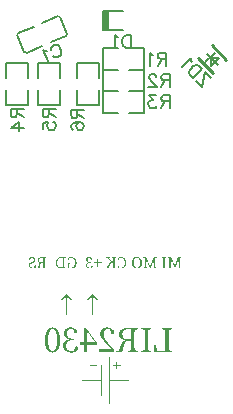
<source format=gbo>
G04 Layer: BottomSilkscreenLayer*
G04 EasyEDA v6.5.42, 2024-03-03 14:11:30*
G04 83aee20a283747e8b3d018c67651a6c0,ed70181f279245e6aff80281ee7dc86a,10*
G04 Gerber Generator version 0.2*
G04 Scale: 100 percent, Rotated: No, Reflected: No *
G04 Dimensions in millimeters *
G04 leading zeros omitted , absolute positions ,4 integer and 5 decimal *
%FSLAX45Y45*%
%MOMM*%

%ADD10C,0.1524*%
%ADD11C,0.2540*%
%ADD12C,0.2000*%

%LPD*%
G36*
X3628593Y2880309D02*
G01*
X3625900Y2879648D01*
X3624376Y2876854D01*
X3624427Y2482342D01*
X3626104Y2480310D01*
X3630117Y2480310D01*
X3632454Y2481783D01*
X3632809Y2676144D01*
X3634740Y2677363D01*
X3792931Y2677414D01*
X3795115Y2678785D01*
X3795115Y2683560D01*
X3793236Y2685389D01*
X3632809Y2685796D01*
X3632809Y2875889D01*
X3631387Y2879699D01*
G37*
G36*
X3692804Y2841345D02*
G01*
X3690518Y2840634D01*
X3688587Y2838297D01*
X3688587Y2814218D01*
X3665575Y2813761D01*
X3663391Y2810764D01*
X3663391Y2807563D01*
X3665220Y2805734D01*
X3686200Y2805734D01*
X3688587Y2803347D01*
X3688587Y2782366D01*
X3690467Y2780538D01*
X3694328Y2780538D01*
X3696665Y2782011D01*
X3697122Y2804566D01*
X3698951Y2805684D01*
X3721862Y2805734D01*
X3724046Y2807106D01*
X3724046Y2811881D01*
X3722166Y2813761D01*
X3697020Y2814218D01*
X3697020Y2836926D01*
X3695598Y2840736D01*
G37*
G36*
X3523132Y2814066D02*
G01*
X3470656Y2813761D01*
X3468471Y2810764D01*
X3468471Y2807563D01*
X3470300Y2805734D01*
X3524656Y2805734D01*
X3526536Y2806954D01*
X3526790Y2809900D01*
X3526586Y2812643D01*
G37*
G36*
X3562096Y2813913D02*
G01*
X3559810Y2813151D01*
X3557930Y2810764D01*
X3557930Y2685796D01*
X3397300Y2685389D01*
X3395116Y2682443D01*
X3395116Y2679242D01*
X3396945Y2677363D01*
X3555492Y2677363D01*
X3557930Y2674975D01*
X3557930Y2548585D01*
X3559759Y2546756D01*
X3563620Y2546756D01*
X3565956Y2548229D01*
X3566363Y2807614D01*
X3565448Y2812694D01*
G37*
G36*
X3610356Y3130042D02*
G01*
X3603244Y3129788D01*
X3596589Y3129026D01*
X3590442Y3127756D01*
X3584803Y3126028D01*
X3579672Y3123895D01*
X3574948Y3121304D01*
X3570782Y3118256D01*
X3567023Y3114852D01*
X3563721Y3111093D01*
X3560927Y3106928D01*
X3558540Y3102457D01*
X3556609Y3097682D01*
X3555085Y3092602D01*
X3554069Y3087217D01*
X3553409Y3081578D01*
X3553206Y3075686D01*
X3553307Y3071774D01*
X3554323Y3064154D01*
X3555187Y3060395D01*
X3557828Y3052826D01*
X3561689Y3045053D01*
X3566820Y3036824D01*
X3573272Y3027984D01*
X3581247Y3018282D01*
X3590747Y3007512D01*
X3601821Y2995472D01*
X3650742Y2944622D01*
X3544570Y2944622D01*
X3544570Y2921000D01*
X3670300Y2921000D01*
X3670300Y2940050D01*
X3634486Y2980537D01*
X3618636Y2998876D01*
X3608882Y3010712D01*
X3600602Y3021736D01*
X3593744Y3032048D01*
X3590848Y3037027D01*
X3588308Y3041904D01*
X3586124Y3046679D01*
X3582771Y3056026D01*
X3581603Y3060649D01*
X3580790Y3065221D01*
X3580282Y3069793D01*
X3580129Y3074416D01*
X3580434Y3080766D01*
X3581298Y3086760D01*
X3582771Y3092297D01*
X3584752Y3097377D01*
X3587242Y3102000D01*
X3590239Y3106064D01*
X3593693Y3109620D01*
X3597605Y3112566D01*
X3601974Y3114954D01*
X3606749Y3116681D01*
X3611930Y3117748D01*
X3617468Y3118104D01*
X3625037Y3117545D01*
X3633978Y3116072D01*
X3640074Y3093720D01*
X3643223Y3084728D01*
X3647033Y3078734D01*
X3651554Y3075432D01*
X3656837Y3074416D01*
X3661511Y3075076D01*
X3665677Y3076905D01*
X3669131Y3079902D01*
X3671824Y3083814D01*
X3670757Y3089402D01*
X3669182Y3094634D01*
X3667150Y3099511D01*
X3664661Y3103981D01*
X3661816Y3108147D01*
X3658514Y3111957D01*
X3654856Y3115360D01*
X3650894Y3118459D01*
X3646627Y3121152D01*
X3642055Y3123539D01*
X3637229Y3125520D01*
X3632200Y3127146D01*
X3626967Y3128416D01*
X3621582Y3129330D01*
X3616045Y3129838D01*
G37*
G36*
X3302508Y3130042D02*
G01*
X3296005Y3129788D01*
X3289808Y3129127D01*
X3283965Y3128010D01*
X3278479Y3126435D01*
X3273298Y3124454D01*
X3268573Y3122117D01*
X3264204Y3119374D01*
X3260191Y3116275D01*
X3256686Y3112820D01*
X3253536Y3109010D01*
X3250844Y3104896D01*
X3248660Y3100476D01*
X3246882Y3095752D01*
X3245612Y3090773D01*
X3244850Y3085490D01*
X3244596Y3080004D01*
X3244900Y3074263D01*
X3245866Y3068726D01*
X3247390Y3063443D01*
X3249574Y3058363D01*
X3252368Y3053588D01*
X3255721Y3049066D01*
X3259632Y3044901D01*
X3264153Y3041040D01*
X3269234Y3037484D01*
X3274872Y3034334D01*
X3281070Y3031591D01*
X3287776Y3029204D01*
X3279648Y3027324D01*
X3272282Y3024886D01*
X3265627Y3021939D01*
X3259734Y3018434D01*
X3254552Y3014472D01*
X3250133Y3010052D01*
X3246374Y3005175D01*
X3243326Y2999892D01*
X3240989Y2994253D01*
X3239312Y2988208D01*
X3238296Y2981807D01*
X3237992Y2975102D01*
X3238296Y2968904D01*
X3239262Y2963011D01*
X3240836Y2957322D01*
X3242970Y2951886D01*
X3245662Y2946806D01*
X3248914Y2942031D01*
X3252673Y2937611D01*
X3256940Y2933598D01*
X3261715Y2929940D01*
X3266897Y2926689D01*
X3272536Y2923844D01*
X3278581Y2921508D01*
X3285032Y2919679D01*
X3291890Y2918307D01*
X3299053Y2917494D01*
X3306572Y2917190D01*
X3314039Y2917444D01*
X3321100Y2918256D01*
X3327806Y2919628D01*
X3334105Y2921558D01*
X3339896Y2924098D01*
X3345230Y2927248D01*
X3350056Y2931007D01*
X3354324Y2935427D01*
X3357981Y2940456D01*
X3361080Y2946146D01*
X3363518Y2952546D01*
X3365246Y2959608D01*
X3362451Y2963926D01*
X3358997Y2966923D01*
X3355035Y2968701D01*
X3350514Y2969260D01*
X3344316Y2968091D01*
X3339846Y2964484D01*
X3336493Y2958236D01*
X3328670Y2931160D01*
X3324148Y2930042D01*
X3319729Y2929331D01*
X3311144Y2928874D01*
X3304032Y2929280D01*
X3297478Y2930448D01*
X3291484Y2932328D01*
X3286048Y2934919D01*
X3281222Y2938119D01*
X3276955Y2941980D01*
X3273348Y2946400D01*
X3270351Y2951378D01*
X3268014Y2956864D01*
X3266287Y2962757D01*
X3265271Y2969107D01*
X3264915Y2975864D01*
X3265271Y2982772D01*
X3266236Y2989173D01*
X3267913Y2995066D01*
X3270250Y3000502D01*
X3273196Y3005328D01*
X3276854Y3009646D01*
X3281172Y3013354D01*
X3286099Y3016453D01*
X3291687Y3018891D01*
X3297936Y3020618D01*
X3304844Y3021736D01*
X3312414Y3022092D01*
X3326892Y3022092D01*
X3326892Y3035808D01*
X3314954Y3035808D01*
X3308299Y3036112D01*
X3302101Y3037078D01*
X3296412Y3038652D01*
X3291179Y3040837D01*
X3286455Y3043580D01*
X3282340Y3046933D01*
X3278733Y3050844D01*
X3275736Y3055315D01*
X3273399Y3060344D01*
X3271672Y3065881D01*
X3270605Y3071926D01*
X3270250Y3078480D01*
X3270554Y3084576D01*
X3271418Y3090214D01*
X3272790Y3095396D01*
X3274771Y3100019D01*
X3277260Y3104184D01*
X3280257Y3107842D01*
X3283762Y3110941D01*
X3287725Y3113481D01*
X3292195Y3115462D01*
X3297174Y3116935D01*
X3302508Y3117799D01*
X3308350Y3118104D01*
X3315157Y3117697D01*
X3323082Y3116326D01*
X3328162Y3098546D01*
X3330854Y3090265D01*
X3334308Y3084525D01*
X3339033Y3081121D01*
X3345434Y3080004D01*
X3349955Y3080562D01*
X3353866Y3082391D01*
X3357168Y3085693D01*
X3359658Y3090672D01*
X3357879Y3096971D01*
X3355441Y3102762D01*
X3352342Y3107944D01*
X3348634Y3112617D01*
X3344367Y3116732D01*
X3339541Y3120288D01*
X3334308Y3123234D01*
X3328619Y3125724D01*
X3322523Y3127603D01*
X3316122Y3128975D01*
X3309467Y3129788D01*
G37*
G36*
X3148076Y3130042D02*
G01*
X3144062Y3129889D01*
X3140100Y3129432D01*
X3136138Y3128670D01*
X3132277Y3127603D01*
X3128416Y3126181D01*
X3124657Y3124403D01*
X3120948Y3122269D01*
X3117392Y3119831D01*
X3113938Y3116986D01*
X3110585Y3113786D01*
X3107385Y3110230D01*
X3104337Y3106216D01*
X3101441Y3101848D01*
X3098749Y3097072D01*
X3096209Y3091891D01*
X3093923Y3086252D01*
X3091840Y3080156D01*
X3090011Y3073654D01*
X3088386Y3066745D01*
X3087065Y3059328D01*
X3085998Y3051403D01*
X3085236Y3043072D01*
X3084728Y3034233D01*
X3084576Y3024886D01*
X3111754Y3024886D01*
X3112262Y3045358D01*
X3112871Y3054451D01*
X3113735Y3062833D01*
X3114802Y3070453D01*
X3116072Y3077413D01*
X3117545Y3083661D01*
X3119221Y3089351D01*
X3120999Y3094380D01*
X3122980Y3098850D01*
X3125063Y3102762D01*
X3127298Y3106166D01*
X3129635Y3109061D01*
X3132074Y3111500D01*
X3134563Y3113481D01*
X3137154Y3115005D01*
X3139846Y3116173D01*
X3142538Y3116986D01*
X3145282Y3117443D01*
X3148076Y3117596D01*
X3150971Y3117443D01*
X3153867Y3116986D01*
X3156712Y3116173D01*
X3159506Y3115005D01*
X3162198Y3113481D01*
X3164840Y3111500D01*
X3167329Y3109061D01*
X3169767Y3106166D01*
X3172053Y3102762D01*
X3174187Y3098850D01*
X3176219Y3094380D01*
X3178048Y3089351D01*
X3179724Y3083661D01*
X3181248Y3077413D01*
X3182569Y3070453D01*
X3183636Y3062833D01*
X3184499Y3054451D01*
X3185160Y3045358D01*
X3185668Y3024886D01*
X3185160Y3003702D01*
X3184499Y2994253D01*
X3183636Y2985617D01*
X3182569Y2977743D01*
X3181248Y2970530D01*
X3179724Y2964027D01*
X3178048Y2958185D01*
X3176219Y2952953D01*
X3174187Y2948330D01*
X3172053Y2944266D01*
X3169767Y2940710D01*
X3167329Y2937713D01*
X3164840Y2935224D01*
X3162198Y2933141D01*
X3159506Y2931566D01*
X3156712Y2930347D01*
X3153867Y2929483D01*
X3150971Y2929026D01*
X3148076Y2928874D01*
X3145282Y2929026D01*
X3142538Y2929534D01*
X3139846Y2930347D01*
X3137154Y2931566D01*
X3134563Y2933192D01*
X3132074Y2935274D01*
X3129635Y2937764D01*
X3127298Y2940812D01*
X3125063Y2944317D01*
X3122980Y2948381D01*
X3120999Y2953054D01*
X3119221Y2958287D01*
X3117545Y2964129D01*
X3116072Y2970631D01*
X3114802Y2977845D01*
X3113735Y2985719D01*
X3112871Y2994355D01*
X3112262Y3003753D01*
X3111754Y3024886D01*
X3084576Y3024886D01*
X3084728Y3015284D01*
X3085236Y3006191D01*
X3085998Y2997555D01*
X3087065Y2989478D01*
X3088386Y2981858D01*
X3090011Y2974746D01*
X3091840Y2968040D01*
X3093923Y2961843D01*
X3096209Y2956102D01*
X3098749Y2950768D01*
X3101441Y2945892D01*
X3104337Y2941421D01*
X3107385Y2937357D01*
X3110585Y2933700D01*
X3113938Y2930448D01*
X3117392Y2927553D01*
X3120948Y2925064D01*
X3124657Y2922930D01*
X3128416Y2921101D01*
X3132277Y2919679D01*
X3136138Y2918561D01*
X3140100Y2917799D01*
X3144062Y2917342D01*
X3148076Y2917190D01*
X3152190Y2917342D01*
X3156305Y2917799D01*
X3160318Y2918561D01*
X3164332Y2919679D01*
X3168243Y2921101D01*
X3172104Y2922930D01*
X3175812Y2925064D01*
X3179470Y2927553D01*
X3182975Y2930448D01*
X3186379Y2933700D01*
X3189630Y2937357D01*
X3192729Y2941421D01*
X3195624Y2945892D01*
X3198368Y2950768D01*
X3200908Y2956102D01*
X3203194Y2961843D01*
X3205276Y2968040D01*
X3207156Y2974746D01*
X3208782Y2981858D01*
X3210102Y2989478D01*
X3211169Y2997555D01*
X3211931Y3006191D01*
X3212439Y3015284D01*
X3212592Y3024886D01*
X3212439Y3034233D01*
X3211931Y3043072D01*
X3211169Y3051403D01*
X3210102Y3059328D01*
X3208782Y3066745D01*
X3207156Y3073654D01*
X3205276Y3080156D01*
X3203194Y3086252D01*
X3200908Y3091891D01*
X3198368Y3097072D01*
X3195624Y3101848D01*
X3192729Y3106216D01*
X3189630Y3110230D01*
X3186379Y3113786D01*
X3182975Y3116986D01*
X3179470Y3119831D01*
X3175812Y3122269D01*
X3172104Y3124403D01*
X3168243Y3126181D01*
X3164332Y3127603D01*
X3160318Y3128670D01*
X3156305Y3129432D01*
X3152190Y3129889D01*
G37*
G36*
X3416046Y3128772D02*
G01*
X3416046Y3100070D01*
X3440684Y3100070D01*
X3508248Y3002534D01*
X3440684Y3002534D01*
X3440684Y3100070D01*
X3416046Y3100070D01*
X3416046Y3002534D01*
X3383787Y3002534D01*
X3383787Y2984754D01*
X3416046Y2984754D01*
X3416046Y2921000D01*
X3440684Y2921000D01*
X3440684Y2984754D01*
X3523742Y2984754D01*
X3523742Y2999486D01*
X3433064Y3128772D01*
G37*
G36*
X4074414Y3125724D02*
G01*
X4074414Y3115056D01*
X4103115Y3112008D01*
X4103573Y3064916D01*
X4103573Y2973781D01*
X4103115Y2934208D01*
X4032758Y2934208D01*
X4022598Y2978658D01*
X4006850Y2978658D01*
X4008882Y2921000D01*
X4160774Y2921000D01*
X4160774Y2931668D01*
X4132072Y2934716D01*
X4131665Y2968498D01*
X4131564Y3058109D01*
X4132072Y3112008D01*
X4160774Y3115056D01*
X4160774Y3125724D01*
G37*
G36*
X3898646Y3125724D02*
G01*
X3898646Y3115056D01*
X3927094Y3112008D01*
X3927500Y3078530D01*
X3927601Y2988818D01*
X3927094Y2934970D01*
X3898646Y2931668D01*
X3898646Y2921000D01*
X3984751Y2921000D01*
X3984751Y2931668D01*
X3956304Y2934716D01*
X3955694Y2968193D01*
X3955542Y3051251D01*
X3955745Y3085185D01*
X3956304Y3112008D01*
X3984751Y3115056D01*
X3984751Y3125724D01*
G37*
G36*
X3785362Y3125724D02*
G01*
X3776929Y3125470D01*
X3768902Y3124809D01*
X3761384Y3123692D01*
X3754374Y3122117D01*
X3747770Y3120085D01*
X3741724Y3117697D01*
X3736187Y3114852D01*
X3731209Y3111601D01*
X3726738Y3107944D01*
X3722827Y3103930D01*
X3719474Y3099511D01*
X3716731Y3094736D01*
X3714546Y3089605D01*
X3712972Y3084118D01*
X3712006Y3078276D01*
X3711714Y3072384D01*
X3740404Y3072384D01*
X3740708Y3078734D01*
X3741623Y3084626D01*
X3743198Y3090011D01*
X3745433Y3094837D01*
X3748278Y3099206D01*
X3751783Y3102965D01*
X3755948Y3106216D01*
X3760774Y3108909D01*
X3766312Y3111042D01*
X3772560Y3112566D01*
X3779520Y3113481D01*
X3787140Y3113786D01*
X3813556Y3113786D01*
X3814114Y3086557D01*
X3814318Y3028188D01*
X3789426Y3028188D01*
X3781602Y3028594D01*
X3774440Y3029712D01*
X3767937Y3031540D01*
X3762146Y3033979D01*
X3757066Y3037078D01*
X3752646Y3040786D01*
X3748887Y3044952D01*
X3745839Y3049625D01*
X3743451Y3054756D01*
X3741775Y3060293D01*
X3740759Y3066186D01*
X3740404Y3072384D01*
X3711714Y3072384D01*
X3712057Y3066237D01*
X3713175Y3060446D01*
X3715004Y3054858D01*
X3717544Y3049524D01*
X3720846Y3044444D01*
X3724859Y3039668D01*
X3729583Y3035300D01*
X3735070Y3031337D01*
X3741267Y3027832D01*
X3748227Y3024835D01*
X3755898Y3022396D01*
X3764279Y3020568D01*
X3757422Y3018637D01*
X3751376Y3015996D01*
X3746042Y3012592D01*
X3741318Y3008426D01*
X3737203Y3003296D01*
X3733596Y2997250D01*
X3730447Y2990138D01*
X3727704Y2981960D01*
X3713479Y2933954D01*
X3689604Y2931668D01*
X3689604Y2921000D01*
X3694379Y2919679D01*
X3699814Y2918714D01*
X3705961Y2918155D01*
X3712718Y2917952D01*
X3719372Y2918206D01*
X3725113Y2919018D01*
X3730040Y2920390D01*
X3734104Y2922371D01*
X3737457Y2925064D01*
X3740150Y2928467D01*
X3742232Y2932582D01*
X3743706Y2937510D01*
X3756406Y2986024D01*
X3758895Y2994456D01*
X3761892Y3001264D01*
X3765550Y3006598D01*
X3770020Y3010611D01*
X3775303Y3013405D01*
X3781704Y3015234D01*
X3789222Y3016199D01*
X3798062Y3016504D01*
X3814318Y3016504D01*
X3814216Y2974898D01*
X3813556Y2934970D01*
X3785108Y2931668D01*
X3785108Y2921000D01*
X3871214Y2921000D01*
X3871214Y2931668D01*
X3842765Y2934716D01*
X3842308Y2974949D01*
X3842308Y3064865D01*
X3842765Y3112008D01*
X3871214Y3115056D01*
X3871214Y3125724D01*
G37*
G36*
X3862832Y3727450D02*
G01*
X3857447Y3727094D01*
X3852214Y3726027D01*
X3847084Y3724249D01*
X3842258Y3721811D01*
X3837686Y3718712D01*
X3833520Y3714902D01*
X3829812Y3710482D01*
X3826611Y3705402D01*
X3824020Y3699713D01*
X3822039Y3693363D01*
X3820820Y3686454D01*
X3820414Y3678936D01*
X3834892Y3678936D01*
X3835298Y3687013D01*
X3836568Y3694785D01*
X3838651Y3701948D01*
X3841597Y3708349D01*
X3845509Y3713683D01*
X3850335Y3717798D01*
X3856075Y3720439D01*
X3862832Y3721354D01*
X3867454Y3720947D01*
X3871620Y3719728D01*
X3875379Y3717798D01*
X3878732Y3715207D01*
X3881628Y3712057D01*
X3884168Y3708349D01*
X3886301Y3704183D01*
X3888028Y3699662D01*
X3889349Y3694785D01*
X3890264Y3689654D01*
X3890822Y3684371D01*
X3891026Y3678936D01*
X3890822Y3673449D01*
X3890264Y3668115D01*
X3889349Y3662934D01*
X3888028Y3658057D01*
X3886301Y3653485D01*
X3884168Y3649319D01*
X3881628Y3645611D01*
X3878732Y3642410D01*
X3875379Y3639820D01*
X3871620Y3637889D01*
X3867454Y3636670D01*
X3862832Y3636264D01*
X3858209Y3636670D01*
X3854043Y3637889D01*
X3850335Y3639820D01*
X3847033Y3642410D01*
X3844086Y3645611D01*
X3841597Y3649319D01*
X3839514Y3653485D01*
X3837838Y3658057D01*
X3836568Y3662934D01*
X3835603Y3668115D01*
X3835095Y3673449D01*
X3834892Y3678936D01*
X3820414Y3678936D01*
X3820820Y3671519D01*
X3822039Y3664661D01*
X3823970Y3658362D01*
X3826560Y3652621D01*
X3829710Y3647541D01*
X3833418Y3643020D01*
X3837584Y3639159D01*
X3842105Y3635959D01*
X3846982Y3633470D01*
X3852113Y3631641D01*
X3857396Y3630523D01*
X3862832Y3630168D01*
X3868267Y3630523D01*
X3873550Y3631590D01*
X3878681Y3633317D01*
X3883558Y3635756D01*
X3888079Y3638854D01*
X3892245Y3642664D01*
X3895953Y3647084D01*
X3899103Y3652164D01*
X3901694Y3657904D01*
X3903624Y3664305D01*
X3904843Y3671315D01*
X3905250Y3678936D01*
X3904843Y3686251D01*
X3903624Y3693007D01*
X3901694Y3699256D01*
X3899103Y3704945D01*
X3895953Y3710025D01*
X3892245Y3714546D01*
X3888079Y3718407D01*
X3883558Y3721608D01*
X3878681Y3724097D01*
X3873550Y3725976D01*
X3868267Y3727094D01*
G37*
G36*
X3727450Y3727450D02*
G01*
X3721150Y3727145D01*
X3714496Y3726027D01*
X3707637Y3723894D01*
X3700779Y3720592D01*
X3700526Y3700272D01*
X3708146Y3700272D01*
X3711701Y3717798D01*
X3715258Y3719423D01*
X3718814Y3720541D01*
X3722370Y3721150D01*
X3725926Y3721354D01*
X3730599Y3721049D01*
X3735070Y3720134D01*
X3739337Y3718610D01*
X3743299Y3716528D01*
X3746906Y3713784D01*
X3750208Y3710533D01*
X3753104Y3706672D01*
X3755542Y3702253D01*
X3757523Y3697224D01*
X3758996Y3691686D01*
X3759911Y3685590D01*
X3760215Y3678936D01*
X3759911Y3672230D01*
X3759098Y3666083D01*
X3757726Y3660495D01*
X3755847Y3655466D01*
X3753510Y3650996D01*
X3750767Y3647135D01*
X3747566Y3643833D01*
X3744010Y3641140D01*
X3740048Y3639007D01*
X3735832Y3637483D01*
X3731260Y3636568D01*
X3726434Y3636264D01*
X3722420Y3636467D01*
X3718407Y3637076D01*
X3714445Y3638194D01*
X3710432Y3639820D01*
X3706876Y3657346D01*
X3699256Y3657346D01*
X3699510Y3636772D01*
X3706114Y3633825D01*
X3713022Y3631742D01*
X3720134Y3630574D01*
X3727450Y3630168D01*
X3734257Y3630574D01*
X3740658Y3631793D01*
X3746601Y3633724D01*
X3752138Y3636365D01*
X3757117Y3639718D01*
X3761536Y3643680D01*
X3765397Y3648252D01*
X3768648Y3653434D01*
X3771239Y3659124D01*
X3773119Y3665270D01*
X3774287Y3671874D01*
X3774694Y3678936D01*
X3774287Y3685794D01*
X3773068Y3692296D01*
X3771137Y3698392D01*
X3768496Y3704031D01*
X3765194Y3709162D01*
X3761282Y3713784D01*
X3756761Y3717747D01*
X3751783Y3721150D01*
X3746296Y3723843D01*
X3740404Y3725824D01*
X3734104Y3727043D01*
G37*
G36*
X3305556Y3727450D02*
G01*
X3297326Y3727043D01*
X3290062Y3725722D01*
X3283559Y3723589D01*
X3277615Y3720592D01*
X3277362Y3700018D01*
X3284982Y3700018D01*
X3288284Y3717290D01*
X3291941Y3719118D01*
X3295802Y3720388D01*
X3299764Y3721100D01*
X3304032Y3721354D01*
X3308908Y3721049D01*
X3313582Y3720084D01*
X3317900Y3718509D01*
X3321913Y3716324D01*
X3325571Y3713581D01*
X3328822Y3710228D01*
X3331667Y3706368D01*
X3334054Y3701897D01*
X3335985Y3696919D01*
X3337407Y3691432D01*
X3338271Y3685438D01*
X3338576Y3678936D01*
X3338322Y3672433D01*
X3337458Y3666439D01*
X3336137Y3660901D01*
X3334308Y3655923D01*
X3331972Y3651453D01*
X3329178Y3647490D01*
X3325926Y3644137D01*
X3322269Y3641344D01*
X3318205Y3639159D01*
X3313785Y3637534D01*
X3308959Y3636568D01*
X3303778Y3636264D01*
X3299714Y3636467D01*
X3295802Y3636975D01*
X3288029Y3639058D01*
X3288284Y3670554D01*
X3303015Y3671570D01*
X3303015Y3676396D01*
X3266948Y3676396D01*
X3266948Y3671570D01*
X3275329Y3671062D01*
X3275584Y3638296D01*
X3282797Y3634892D01*
X3290112Y3632352D01*
X3297732Y3630726D01*
X3305810Y3630168D01*
X3312617Y3630574D01*
X3318967Y3631793D01*
X3324961Y3633774D01*
X3330397Y3636467D01*
X3335375Y3639870D01*
X3339795Y3643884D01*
X3343605Y3648506D01*
X3346805Y3653637D01*
X3349396Y3659327D01*
X3351276Y3665423D01*
X3352393Y3671976D01*
X3352800Y3678936D01*
X3352393Y3685794D01*
X3351225Y3692296D01*
X3349345Y3698392D01*
X3346754Y3704031D01*
X3343503Y3709162D01*
X3339642Y3713784D01*
X3335223Y3717747D01*
X3330244Y3721150D01*
X3324707Y3723843D01*
X3318764Y3725824D01*
X3312363Y3727043D01*
G37*
G36*
X2973070Y3727450D02*
G01*
X2966415Y3726942D01*
X2960420Y3725468D01*
X2955036Y3723182D01*
X2950210Y3720084D01*
X2950972Y3701796D01*
X2958338Y3701796D01*
X2961894Y3718560D01*
X2964535Y3719829D01*
X2967177Y3720744D01*
X2970022Y3721201D01*
X2973070Y3721354D01*
X2980842Y3720337D01*
X2987040Y3717239D01*
X2991154Y3712159D01*
X2992628Y3705098D01*
X2991561Y3699052D01*
X2988462Y3694176D01*
X2983534Y3690213D01*
X2976880Y3687064D01*
X2964891Y3681984D01*
X2959506Y3679088D01*
X2955086Y3676040D01*
X2951632Y3672789D01*
X2949041Y3669233D01*
X2947263Y3665423D01*
X2946247Y3661206D01*
X2945892Y3656584D01*
X2946501Y3650691D01*
X2948279Y3645509D01*
X2951175Y3640988D01*
X2955036Y3637178D01*
X2959811Y3634181D01*
X2965399Y3631996D01*
X2971698Y3630625D01*
X2978658Y3630168D01*
X2986379Y3630726D01*
X2993644Y3632352D01*
X3000146Y3634689D01*
X3005582Y3637534D01*
X3004820Y3657092D01*
X2997708Y3657092D01*
X2994152Y3639820D01*
X2990799Y3638194D01*
X2987344Y3637076D01*
X2983636Y3636467D01*
X2979420Y3636264D01*
X2970276Y3637381D01*
X2963316Y3640734D01*
X2958896Y3646119D01*
X2957322Y3653536D01*
X2958287Y3659581D01*
X2961436Y3664305D01*
X2966872Y3668318D01*
X2974848Y3672078D01*
X2985109Y3676396D01*
X2989783Y3678986D01*
X2993948Y3681831D01*
X2997403Y3684981D01*
X3000248Y3688537D01*
X3002330Y3692499D01*
X3003600Y3696919D01*
X3004058Y3701796D01*
X3003448Y3707587D01*
X3001670Y3712667D01*
X2998876Y3717036D01*
X2995117Y3720693D01*
X2990596Y3723640D01*
X2985312Y3725722D01*
X2979420Y3726992D01*
G37*
G36*
X3459734Y3727196D02*
G01*
X3453942Y3726789D01*
X3448761Y3725570D01*
X3444240Y3723589D01*
X3440429Y3720896D01*
X3437382Y3717594D01*
X3435146Y3713683D01*
X3433775Y3709263D01*
X3433318Y3704336D01*
X3434638Y3696919D01*
X3438448Y3690416D01*
X3444697Y3685082D01*
X3453129Y3681222D01*
X3447694Y3679901D01*
X3443071Y3677970D01*
X3439160Y3675583D01*
X3436010Y3672636D01*
X3433572Y3669284D01*
X3431895Y3665524D01*
X3430879Y3661359D01*
X3430524Y3656837D01*
X3431082Y3651351D01*
X3432759Y3646271D01*
X3435451Y3641801D01*
X3439058Y3637940D01*
X3443579Y3634740D01*
X3448862Y3632403D01*
X3454857Y3630929D01*
X3461512Y3630422D01*
X3466541Y3630676D01*
X3471214Y3631539D01*
X3475431Y3632962D01*
X3479139Y3635044D01*
X3482289Y3637686D01*
X3484930Y3641039D01*
X3486861Y3645052D01*
X3488182Y3649726D01*
X3486912Y3651707D01*
X3485337Y3653028D01*
X3483559Y3653790D01*
X3481578Y3654044D01*
X3478784Y3653536D01*
X3476701Y3651961D01*
X3475177Y3649218D01*
X3471672Y3636772D01*
X3467506Y3635959D01*
X3463544Y3635756D01*
X3454704Y3637330D01*
X3448202Y3641750D01*
X3444138Y3648506D01*
X3442715Y3657092D01*
X3443071Y3661714D01*
X3444036Y3665829D01*
X3445713Y3669436D01*
X3448100Y3672484D01*
X3451098Y3674922D01*
X3454806Y3676700D01*
X3459226Y3677818D01*
X3464306Y3678174D01*
X3470910Y3678174D01*
X3470910Y3684270D01*
X3465322Y3684270D01*
X3456889Y3685590D01*
X3450488Y3689400D01*
X3446424Y3695496D01*
X3445001Y3703828D01*
X3446170Y3711600D01*
X3449523Y3717239D01*
X3454958Y3720693D01*
X3462274Y3721862D01*
X3465525Y3721658D01*
X3469132Y3720846D01*
X3472637Y3709162D01*
X3474212Y3706469D01*
X3476345Y3704844D01*
X3479292Y3704336D01*
X3481273Y3704590D01*
X3483051Y3705402D01*
X3484524Y3706926D01*
X3485642Y3709162D01*
X3482289Y3717137D01*
X3476498Y3722725D01*
X3468776Y3726078D01*
G37*
G36*
X4124706Y3725164D02*
G01*
X4124706Y3720337D01*
X4137660Y3719068D01*
X4137914Y3666185D01*
X4137660Y3638296D01*
X4124706Y3637026D01*
X4124706Y3632200D01*
X4162551Y3632200D01*
X4162551Y3637026D01*
X4150614Y3638296D01*
X4150106Y3712210D01*
X4181601Y3632200D01*
X4187444Y3632200D01*
X4219956Y3711956D01*
X4219194Y3682746D01*
X4219194Y3638804D01*
X4207256Y3637026D01*
X4207256Y3632200D01*
X4238244Y3632200D01*
X4238244Y3637026D01*
X4225798Y3638804D01*
X4225544Y3718814D01*
X4238244Y3720337D01*
X4238244Y3725164D01*
X4212844Y3725164D01*
X4181601Y3647948D01*
X4151376Y3725164D01*
G37*
G36*
X4072890Y3725164D02*
G01*
X4072890Y3720337D01*
X4085844Y3719068D01*
X4086098Y3666185D01*
X4085844Y3638550D01*
X4072890Y3637026D01*
X4072890Y3632200D01*
X4112006Y3632200D01*
X4112006Y3637026D01*
X4099051Y3638296D01*
X4098798Y3691432D01*
X4099051Y3719068D01*
X4112006Y3720337D01*
X4112006Y3725164D01*
G37*
G36*
X3915156Y3725164D02*
G01*
X3915156Y3720337D01*
X3928110Y3719068D01*
X3928364Y3666185D01*
X3928110Y3638296D01*
X3915410Y3637026D01*
X3915410Y3632200D01*
X3953256Y3632200D01*
X3953256Y3637026D01*
X3941064Y3638296D01*
X3940810Y3665728D01*
X3940810Y3712210D01*
X3972051Y3632200D01*
X3978148Y3632200D01*
X4010660Y3711956D01*
X4009898Y3682746D01*
X4009898Y3638804D01*
X3997706Y3637026D01*
X3997706Y3632200D01*
X4028948Y3632200D01*
X4028948Y3637026D01*
X4016248Y3638804D01*
X4016248Y3718814D01*
X4028948Y3720337D01*
X4028948Y3725164D01*
X4003548Y3725164D01*
X3972051Y3647948D01*
X3942079Y3725164D01*
G37*
G36*
X3603498Y3725164D02*
G01*
X3603498Y3720337D01*
X3616706Y3718814D01*
X3640328Y3690112D01*
X3611626Y3638296D01*
X3600704Y3637026D01*
X3600704Y3632200D01*
X3636518Y3632200D01*
X3636518Y3637026D01*
X3624834Y3638296D01*
X3647948Y3681222D01*
X3661664Y3664458D01*
X3661410Y3638550D01*
X3648456Y3637026D01*
X3648456Y3632200D01*
X3687318Y3632200D01*
X3687318Y3637026D01*
X3674364Y3638296D01*
X3674110Y3691432D01*
X3674364Y3719068D01*
X3687318Y3720337D01*
X3687318Y3725164D01*
X3648201Y3725164D01*
X3648201Y3720337D01*
X3661410Y3719068D01*
X3661664Y3672586D01*
X3624326Y3718560D01*
X3635501Y3720337D01*
X3635501Y3725164D01*
G37*
G36*
X3219196Y3725164D02*
G01*
X3212592Y3724808D01*
X3206394Y3723792D01*
X3200654Y3722115D01*
X3195370Y3719779D01*
X3190646Y3716782D01*
X3186379Y3713175D01*
X3182721Y3708908D01*
X3179673Y3704031D01*
X3177235Y3698595D01*
X3175457Y3692550D01*
X3174339Y3685895D01*
X3173984Y3678682D01*
X3188462Y3678682D01*
X3188716Y3685133D01*
X3189427Y3691077D01*
X3190646Y3696462D01*
X3192322Y3701338D01*
X3194456Y3705606D01*
X3197047Y3709365D01*
X3200095Y3712514D01*
X3203549Y3715156D01*
X3207410Y3717188D01*
X3211728Y3718661D01*
X3216402Y3719525D01*
X3221482Y3719829D01*
X3233420Y3719829D01*
X3233674Y3661918D01*
X3233420Y3637787D01*
X3222498Y3637787D01*
X3217164Y3638092D01*
X3212287Y3639058D01*
X3207867Y3640582D01*
X3203854Y3642664D01*
X3200298Y3645357D01*
X3197199Y3648608D01*
X3194558Y3652367D01*
X3192373Y3656685D01*
X3190697Y3661460D01*
X3189427Y3666744D01*
X3188716Y3672484D01*
X3188462Y3678682D01*
X3173984Y3678682D01*
X3174390Y3671519D01*
X3175609Y3664915D01*
X3177540Y3658870D01*
X3180232Y3653434D01*
X3183534Y3648557D01*
X3187496Y3644290D01*
X3192018Y3640632D01*
X3197047Y3637635D01*
X3202584Y3635298D01*
X3208578Y3633571D01*
X3214979Y3632555D01*
X3221736Y3632200D01*
X3259582Y3632200D01*
X3259582Y3637026D01*
X3246628Y3638296D01*
X3246424Y3657041D01*
X3246628Y3719068D01*
X3259582Y3720337D01*
X3259582Y3725164D01*
G37*
G36*
X3057144Y3725164D02*
G01*
X3049625Y3724757D01*
X3043021Y3723538D01*
X3037281Y3721557D01*
X3032455Y3718763D01*
X3028645Y3715308D01*
X3025902Y3711143D01*
X3024174Y3706266D01*
X3023641Y3701034D01*
X3036570Y3701034D01*
X3037840Y3709009D01*
X3041700Y3714902D01*
X3048355Y3718560D01*
X3057906Y3719829D01*
X3069844Y3719829D01*
X3070098Y3680968D01*
X3058922Y3680968D01*
X3049117Y3682492D01*
X3042107Y3686708D01*
X3037941Y3693058D01*
X3036570Y3701034D01*
X3023641Y3701034D01*
X3023971Y3696817D01*
X3025089Y3693007D01*
X3026968Y3689451D01*
X3029559Y3686149D01*
X3032912Y3683203D01*
X3037027Y3680764D01*
X3041853Y3678783D01*
X3047492Y3677412D01*
X3041599Y3675329D01*
X3037027Y3671874D01*
X3033471Y3666845D01*
X3030728Y3659886D01*
X3024378Y3638042D01*
X3013456Y3637026D01*
X3013456Y3632200D01*
X3018231Y3631285D01*
X3024124Y3630929D01*
X3029712Y3631387D01*
X3033776Y3632911D01*
X3036468Y3635654D01*
X3038094Y3639820D01*
X3043936Y3661664D01*
X3046425Y3668674D01*
X3050082Y3672941D01*
X3055366Y3675075D01*
X3062732Y3675634D01*
X3070098Y3675634D01*
X3069844Y3638550D01*
X3056890Y3637026D01*
X3056890Y3632200D01*
X3096006Y3632200D01*
X3096006Y3637026D01*
X3083052Y3638296D01*
X3082798Y3691432D01*
X3083052Y3719068D01*
X3096006Y3720337D01*
X3096006Y3725164D01*
G37*
G36*
X3527551Y3712464D02*
G01*
X3527551Y3681476D01*
X3498342Y3681476D01*
X3498342Y3674872D01*
X3527551Y3674872D01*
X3527551Y3643122D01*
X3534664Y3643122D01*
X3534664Y3674872D01*
X3563874Y3674872D01*
X3563874Y3681476D01*
X3534664Y3681476D01*
X3534664Y3712464D01*
G37*
G36*
X3486861Y3422904D02*
G01*
X3480663Y3413760D01*
X3473551Y3404514D01*
X3465779Y3395370D01*
X3457448Y3386531D01*
X3448761Y3378301D01*
X3439871Y3370834D01*
X3446475Y3359912D01*
X3456178Y3367786D01*
X3465474Y3376523D01*
X3473805Y3385464D01*
X3480765Y3393948D01*
X3480765Y3234944D01*
X3493211Y3234944D01*
X3493211Y3393948D01*
X3500221Y3385464D01*
X3508552Y3376523D01*
X3517849Y3367786D01*
X3527501Y3359912D01*
X3534105Y3370834D01*
X3525265Y3378301D01*
X3516579Y3386531D01*
X3508197Y3395370D01*
X3500374Y3404514D01*
X3493211Y3413760D01*
G37*
G36*
X3265678Y3422904D02*
G01*
X3259378Y3413760D01*
X3252165Y3404514D01*
X3244342Y3395370D01*
X3236010Y3386531D01*
X3227273Y3378301D01*
X3218434Y3370834D01*
X3225038Y3359912D01*
X3234740Y3367786D01*
X3243986Y3376523D01*
X3252368Y3385464D01*
X3259328Y3393948D01*
X3259328Y3234944D01*
X3271774Y3234944D01*
X3271774Y3393948D01*
X3278733Y3385464D01*
X3287115Y3376523D01*
X3296361Y3367786D01*
X3306064Y3359912D01*
X3312668Y3370834D01*
X3303828Y3378301D01*
X3295142Y3386531D01*
X3286810Y3395370D01*
X3278987Y3404514D01*
X3271875Y3413760D01*
G37*
D10*
X3064654Y4979990D02*
G01*
X3173757Y4979990D01*
X3064654Y4979990D02*
G01*
X3064654Y4933231D01*
X3069849Y4917645D01*
X3075045Y4912448D01*
X3085437Y4907254D01*
X3095828Y4907254D01*
X3106219Y4912448D01*
X3111413Y4917645D01*
X3116607Y4933231D01*
X3116607Y4979990D01*
X3116607Y4943622D02*
G01*
X3173757Y4907254D01*
X3064654Y4810617D02*
G01*
X3064654Y4862573D01*
X3111413Y4867767D01*
X3106219Y4862573D01*
X3101022Y4846985D01*
X3101022Y4831400D01*
X3106219Y4815814D01*
X3116607Y4805423D01*
X3132195Y4800226D01*
X3142587Y4800226D01*
X3158172Y4805423D01*
X3168563Y4815814D01*
X3173757Y4831400D01*
X3173757Y4846985D01*
X3168563Y4862573D01*
X3163369Y4867767D01*
X3152978Y4872964D01*
X3810005Y5605322D02*
G01*
X3810005Y5496356D01*
X3810005Y5605322D02*
G01*
X3773683Y5605322D01*
X3757935Y5600242D01*
X3747775Y5589828D01*
X3742441Y5579414D01*
X3737358Y5563666D01*
X3737361Y5537758D01*
X3742441Y5522264D01*
X3747775Y5511850D01*
X3757935Y5501436D01*
X3773683Y5496356D01*
X3810005Y5496356D01*
X3703071Y5584494D02*
G01*
X3692657Y5589828D01*
X3676909Y5605322D01*
X3676909Y5496356D01*
X4440158Y5292910D02*
G01*
X4414479Y5164490D01*
X4491527Y5241541D02*
G01*
X4440158Y5292910D01*
X4414479Y5164490D02*
G01*
X4363110Y5215859D01*
X4415916Y5317157D02*
G01*
X4338866Y5240106D01*
X4415916Y5317157D02*
G01*
X4390049Y5343017D01*
X4375503Y5350382D01*
X4360776Y5350382D01*
X4349818Y5346611D01*
X4334913Y5339245D01*
X4316595Y5320926D01*
X4309409Y5306199D01*
X4305635Y5295242D01*
X4305637Y5280515D01*
X4312998Y5265968D01*
X4338866Y5240106D01*
X4325393Y5378218D02*
G01*
X4321804Y5389359D01*
X4321802Y5411266D01*
X4244751Y5334218D01*
X3133280Y5481817D02*
G01*
X3134121Y5493491D01*
X3139638Y5507149D01*
X3147006Y5515792D01*
X3166176Y5523931D01*
X3177748Y5523321D01*
X3191403Y5517809D01*
X3200384Y5510301D01*
X3211212Y5497791D01*
X3221334Y5473943D01*
X3222713Y5457697D01*
X3221873Y5446026D01*
X3216353Y5432371D01*
X3208756Y5423626D01*
X3189582Y5415488D01*
X3178246Y5416196D01*
X3164591Y5421711D01*
X3155612Y5429214D01*
X3099734Y5473098D02*
G01*
X3088060Y5473936D01*
X3067745Y5482148D01*
X3110321Y5381843D01*
X4109991Y5455305D02*
G01*
X4109991Y5346339D01*
X4109991Y5455305D02*
G01*
X4063255Y5455305D01*
X4047761Y5450225D01*
X4042427Y5444891D01*
X4037347Y5434477D01*
X4037347Y5424063D01*
X4042427Y5413649D01*
X4047761Y5408569D01*
X4063255Y5403489D01*
X4109991Y5403489D01*
X4073669Y5403489D02*
G01*
X4037347Y5346339D01*
X4003057Y5434477D02*
G01*
X3992643Y5439811D01*
X3976895Y5455305D01*
X3976895Y5346339D01*
X4139813Y5273624D02*
G01*
X4139813Y5164658D01*
X4139813Y5273624D02*
G01*
X4093077Y5273624D01*
X4077583Y5268544D01*
X4072249Y5263210D01*
X4067169Y5252796D01*
X4067169Y5242382D01*
X4072249Y5231968D01*
X4077583Y5226888D01*
X4093077Y5221808D01*
X4139813Y5221808D01*
X4103491Y5221808D02*
G01*
X4067169Y5164658D01*
X4027545Y5247716D02*
G01*
X4027545Y5252796D01*
X4022465Y5263210D01*
X4017131Y5268544D01*
X4006717Y5273624D01*
X3986143Y5273624D01*
X3975729Y5268544D01*
X3970395Y5263210D01*
X3965315Y5252796D01*
X3965315Y5242382D01*
X3970395Y5231968D01*
X3980809Y5216474D01*
X4032879Y5164658D01*
X3959981Y5164658D01*
X4139991Y5095306D02*
G01*
X4139991Y4986340D01*
X4139991Y5095306D02*
G01*
X4093255Y5095306D01*
X4077761Y5090226D01*
X4072427Y5084892D01*
X4067347Y5074478D01*
X4067347Y5064064D01*
X4072427Y5053650D01*
X4077761Y5048570D01*
X4093255Y5043490D01*
X4139991Y5043490D01*
X4103669Y5043490D02*
G01*
X4067347Y4986340D01*
X4022643Y5095306D02*
G01*
X3965493Y5095306D01*
X3996481Y5053650D01*
X3980987Y5053650D01*
X3970573Y5048570D01*
X3965493Y5043490D01*
X3960159Y5027742D01*
X3960159Y5017328D01*
X3965493Y5001834D01*
X3975907Y4991420D01*
X3991401Y4986340D01*
X4006895Y4986340D01*
X4022643Y4991420D01*
X4027723Y4996500D01*
X4033057Y5006914D01*
X2794685Y4980002D02*
G01*
X2903651Y4980002D01*
X2794685Y4980002D02*
G01*
X2794685Y4933266D01*
X2799765Y4917772D01*
X2805099Y4912438D01*
X2815513Y4907358D01*
X2825927Y4907358D01*
X2836341Y4912438D01*
X2841421Y4917772D01*
X2846501Y4933266D01*
X2846501Y4980002D01*
X2846501Y4943680D02*
G01*
X2903651Y4907358D01*
X2794685Y4820998D02*
G01*
X2867329Y4873068D01*
X2867329Y4795090D01*
X2794685Y4820998D02*
G01*
X2903651Y4820998D01*
X3306333Y4974483D02*
G01*
X3415299Y4974483D01*
X3306333Y4974483D02*
G01*
X3306333Y4927747D01*
X3311413Y4912253D01*
X3316747Y4906919D01*
X3327161Y4901839D01*
X3337575Y4901839D01*
X3347989Y4906919D01*
X3353069Y4912253D01*
X3358149Y4927747D01*
X3358149Y4974483D01*
X3358149Y4938161D02*
G01*
X3415299Y4901839D01*
X3321827Y4805065D02*
G01*
X3311413Y4810399D01*
X3306333Y4825893D01*
X3306333Y4836307D01*
X3311413Y4851801D01*
X3327161Y4862215D01*
X3353069Y4867549D01*
X3378977Y4867549D01*
X3399805Y4862215D01*
X3410219Y4851801D01*
X3415299Y4836307D01*
X3415299Y4830973D01*
X3410219Y4815479D01*
X3399805Y4805065D01*
X3384311Y4799985D01*
X3378977Y4799985D01*
X3363483Y4805065D01*
X3353069Y4815479D01*
X3347989Y4830973D01*
X3347989Y4836307D01*
X3353069Y4851801D01*
X3363483Y4862215D01*
X3378977Y4867549D01*
G36*
X3575812Y5810046D02*
G01*
X3575812Y5649925D01*
X3626612Y5649925D01*
X3626612Y5810046D01*
G37*
X3211591Y5142362D02*
G01*
X3211591Y5013868D01*
X3028172Y5013868D01*
X3028172Y5142362D01*
X3211591Y5237601D02*
G01*
X3211591Y5366095D01*
X3028172Y5366095D01*
X3028172Y5237601D01*
X3575811Y5647367D02*
G01*
X3744173Y5647367D01*
X3575811Y5812609D02*
G01*
X3744173Y5812609D01*
X3575811Y5647367D02*
G01*
X3575811Y5812609D01*
D11*
X4379782Y5407058D02*
G01*
X4507062Y5279783D01*
X4494469Y5518647D02*
G01*
X4618652Y5394464D01*
D12*
X4491009Y5408970D02*
G01*
X4491012Y5340720D01*
X4559259Y5408968D01*
X4494603Y5408970D01*
X4442515Y5374845D02*
G01*
X4521545Y5453867D01*
X4456884Y5443095D02*
G01*
X4548484Y5351498D01*
D10*
X2857964Y5622399D02*
G01*
X2987756Y5677491D01*
X3058370Y5511137D02*
G01*
X2928579Y5456041D01*
X2908594Y5464116D02*
G01*
X2849890Y5602411D01*
X3191408Y5763935D02*
G01*
X3061616Y5708840D01*
X3132231Y5542485D02*
G01*
X3262022Y5597578D01*
X3270097Y5617565D02*
G01*
X3211393Y5755860D01*
X3797612Y5491698D02*
G01*
X3926105Y5491698D01*
X3926105Y5308279D01*
X3797612Y5308279D01*
X3702372Y5491698D02*
G01*
X3573879Y5491698D01*
X3573879Y5308279D01*
X3702372Y5308279D01*
X3797612Y5311698D02*
G01*
X3926105Y5311698D01*
X3926105Y5128280D01*
X3797612Y5128280D01*
X3702372Y5311698D02*
G01*
X3573879Y5311698D01*
X3573879Y5128280D01*
X3702372Y5128280D01*
X3797612Y5131699D02*
G01*
X3926105Y5131699D01*
X3926105Y4948280D01*
X3797612Y4948280D01*
X3702372Y5131699D02*
G01*
X3573879Y5131699D01*
X3573879Y4948280D01*
X3702372Y4948280D01*
X2941703Y5142369D02*
G01*
X2941703Y5013876D01*
X2758285Y5013876D01*
X2758285Y5142369D01*
X2941703Y5237609D02*
G01*
X2941703Y5366103D01*
X2758285Y5366103D01*
X2758285Y5237609D01*
X3358283Y5237609D02*
G01*
X3358283Y5366103D01*
X3541702Y5366103D01*
X3541702Y5237609D01*
X3358283Y5142369D02*
G01*
X3358283Y5013876D01*
X3541702Y5013876D01*
X3541702Y5142369D01*
G75*
G01*
X2928579Y5456042D02*
G02*
X2908595Y5464117I-5955J14028D01*
G75*
G01*
X2849890Y5602412D02*
G02*
X2857965Y5622399I14027J5958D01*
G75*
G01*
X3262023Y5597578D02*
G03*
X3270098Y5617566I-5953J14030D01*
G75*
G01*
X3211393Y5755861D02*
G03*
X3191408Y5763936I-14029J-5953D01*
M02*

</source>
